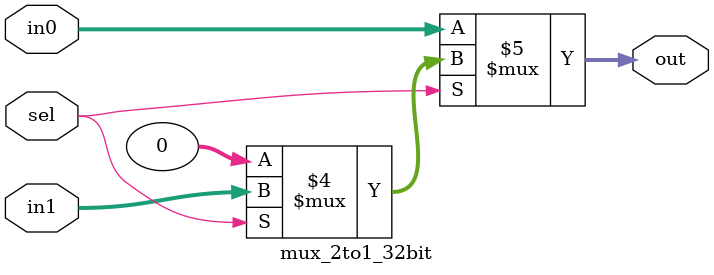
<source format=v>
module mux_2to1_32bit (
    input wire [31:0] in0, // Input 0
    input wire [31:0] in1, // Input 1
    input wire sel, // 1-bit select signal
    output wire [31:0] out // Output
);

    assign out = (sel == 1'b0) ? in0 :
                 (sel == 1'b1) ? in1 :
                 31'b0; // Default case

endmodule

</source>
